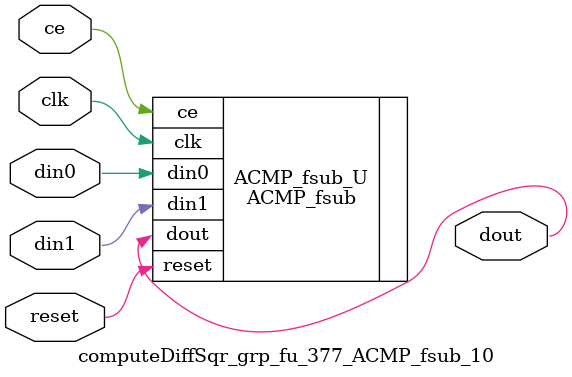
<source format=v>

`timescale 1 ns / 1 ps
module computeDiffSqr_grp_fu_377_ACMP_fsub_10(
    clk,
    reset,
    ce,
    din0,
    din1,
    dout);

parameter ID = 32'd1;
parameter NUM_STAGE = 32'd1;
parameter din0_WIDTH = 32'd1;
parameter din1_WIDTH = 32'd1;
parameter dout_WIDTH = 32'd1;
input clk;
input reset;
input ce;
input[din0_WIDTH - 1:0] din0;
input[din1_WIDTH - 1:0] din1;
output[dout_WIDTH - 1:0] dout;



ACMP_fsub #(
.ID( ID ),
.NUM_STAGE( 4 ),
.din0_WIDTH( din0_WIDTH ),
.din1_WIDTH( din1_WIDTH ),
.dout_WIDTH( dout_WIDTH ))
ACMP_fsub_U(
    .clk( clk ),
    .reset( reset ),
    .ce( ce ),
    .din0( din0 ),
    .din1( din1 ),
    .dout( dout ));

endmodule

</source>
